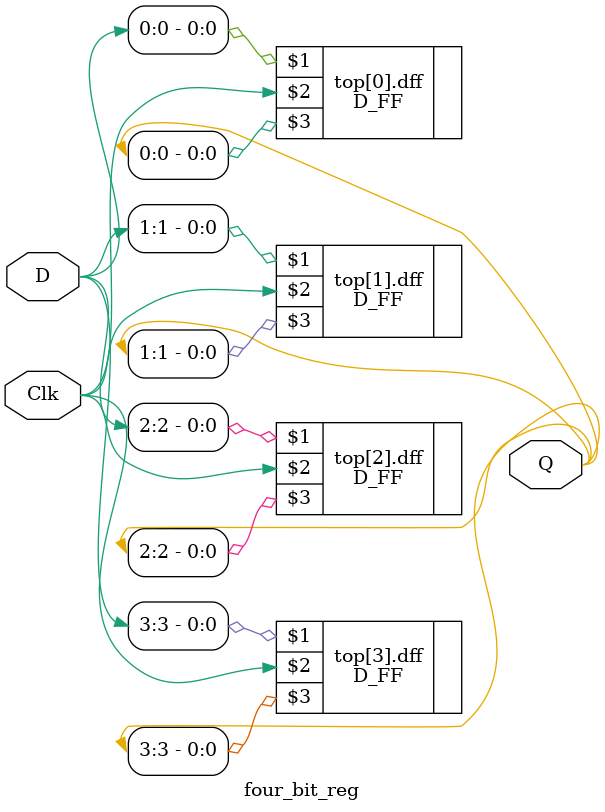
<source format=v>
module four_bit_reg(D,Clk,Q);

parameter size = 4;

(* keep = 1 *) input [size - 1:0] D;
(* keep = 1 *) input Clk;

(* keep = 1 *) output [size-1:0]Q;

genvar i;

generate
	for(i=0;i<size;i=i+1)begin:top
		D_FF dff(D[i],Clk,Q[i]);
	end

endgenerate

endmodule	
</source>
